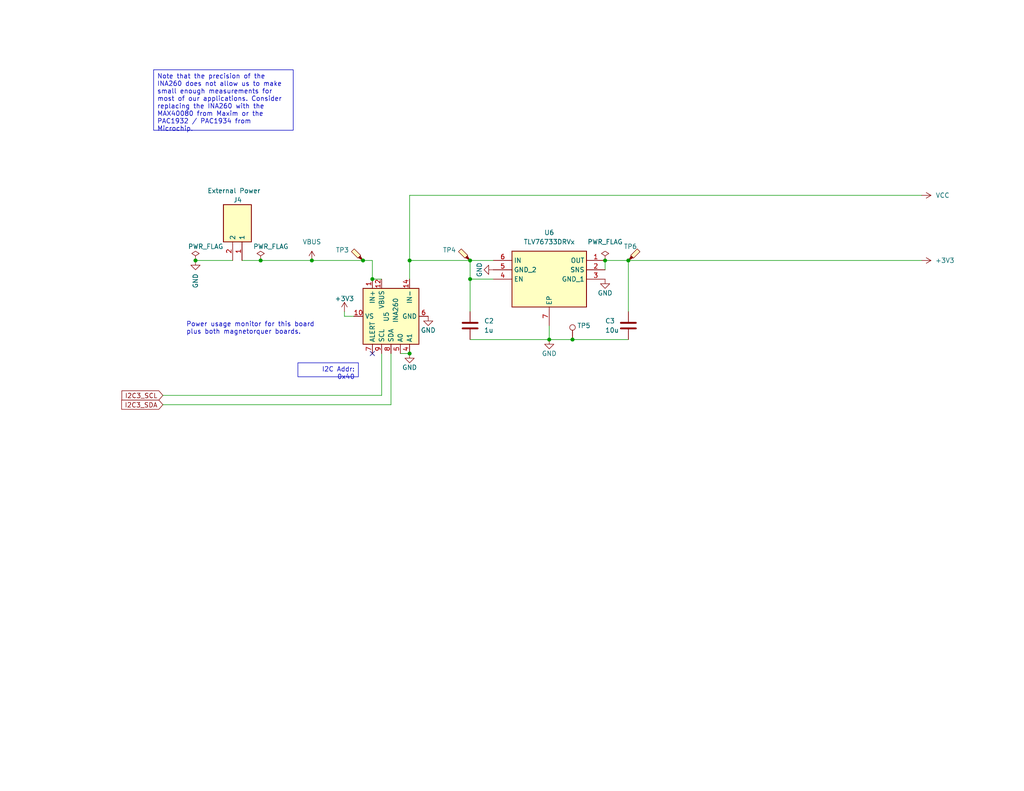
<source format=kicad_sch>
(kicad_sch (version 20230121) (generator eeschema)
  (paper "USLetter")
  (title_block (title "Magnetorquer Control Board") (date "2025-02-12") (rev "${PCB_VERSION}") (company "TVSC"))
  (lib_symbols
    (symbol "Connector:TestPoint_Probe" (pin_numbers hide) (pin_names (offset 0.762) hide)
      (property "Reference" "TP" (at 1.651 5.842 0))
      (property "Value" "TestPoint_Probe" (at 1.651 4.064 0))
      (symbol "TestPoint_Probe_0_1"
        (polyline (pts (xy 1.27 0.762) (xy 0 0) (xy 0.762 1.27) (xy 1.27 0.762)) (fill (type outline)))
        (polyline (pts (xy 1.397 0.635) (xy 0.635 1.397) (xy 2.413 3.175) (xy 3.175 2.413) (xy 1.397 0.635)) (fill (type background)))
      )
      (symbol "TestPoint_Probe_1_1"
        (pin passive line (at 0 0 90) (length 0) (name "1") (number "1"))
      )
    )
    (symbol "Device:C" (pin_numbers hide) (pin_names (offset 0.254))
      (property "Reference" "C" (at 0.635 2.54 0))
      (property "Value" "C" (at 0.635 -2.54 0))
      (symbol "C_0_1"
        (polyline (pts (xy -2.032 -0.762) (xy 2.032 -0.762)) (stroke (width 0.508)))
        (polyline (pts (xy -2.032 0.762) (xy 2.032 0.762)) (stroke (width 0.508)))
      )
      (symbol "C_1_1"
        (pin passive line (at 0 3.81 270) (length 2.794) (name "~") (number "1"))
        (pin passive line (at 0 -3.81 90) (length 2.794) (name "~") (number "2"))
      )
    )
    (symbol "Sensor:INA260"
      (property "Reference" "U" (at -6.35 8.89 0))
      (property "Value" "INA260" (at 2.54 8.89 0))
      (symbol "INA260_0_1"
        (rectangle (start -7.62 7.62) (end 7.62 -7.62) (stroke (width 0.254)) (fill (type background)))
      )
      (symbol "INA260_1_1"
        (pin passive line (at -10.16 5.08 0) (length 2.54) (name "IN+") (number "1"))
        (pin power_in line (at 0 10.16 270) (length 2.54) (name "VS") (number "10"))
        (pin passive line (at 0 -10.16 90) (length 2.54) hide (name "GND") (number "11"))
        (pin passive line (at -10.16 2.54 0) (length 2.54) (name "VBUS") (number "12"))
        (pin no_connect line (at 2.54 -7.62 90) (length 2.54) hide (name "NC") (number "13"))
        (pin passive line (at -10.16 -5.08 0) (length 2.54) (name "IN-") (number "14"))
        (pin passive line (at -10.16 -5.08 0) (length 2.54) hide (name "IN-") (number "15"))
        (pin passive line (at -10.16 -5.08 0) (length 2.54) hide (name "IN-") (number "16"))
        (pin passive line (at -10.16 5.08 0) (length 2.54) hide (name "IN+") (number "2"))
        (pin passive line (at -10.16 5.08 0) (length 2.54) hide (name "IN+") (number "3"))
        (pin input line (at 10.16 -5.08 180) (length 2.54) (name "A1") (number "4"))
        (pin input line (at 10.16 -2.54 180) (length 2.54) (name "A0") (number "5"))
        (pin power_in line (at 0 -10.16 90) (length 2.54) (name "GND") (number "6"))
        (pin open_collector line (at 10.16 5.08 180) (length 2.54) (name "ALERT") (number "7"))
        (pin bidirectional line (at 10.16 0 180) (length 2.54) (name "SDA") (number "8"))
        (pin input line (at 10.16 2.54 180) (length 2.54) (name "SCL") (number "9"))
      )
    )
    (symbol "TVSC:B2B-PH-K-S__LF__SN_"
      (property "Reference" "J" (at 16.51 7.62 0))
      (property "Value" "B2B-PH-K-S__LF__SN_" (at 16.51 5.08 0))
      (symbol "B2B-PH-K-S__LF__SN__1_1"
        (rectangle (start 5.08 2.54) (end 15.24 -5.08) (stroke (width 0.254)) (fill (type background)))
        (pin passive line (at 0 -2.54 0) (length 5.08) (name "1") (number "1"))
        (pin passive line (at 0 0 0) (length 5.08) (name "2") (number "2"))
      )
    )
    (symbol "TVSC:TLV76733DRVT"
      (property "Reference" "U" (at 26.67 7.62 0))
      (property "Value" "TLV76733DRVT" (at 26.67 5.08 0))
      (symbol "TLV76733DRVT_1_1"
        (rectangle (start 5.08 2.54) (end 25.4 -12.7) (stroke (width 0.254)) (fill (type background)))
        (pin passive line (at 0 0 0) (length 5.08) (name "OUT") (number "1"))
        (pin passive line (at 0 -2.54 0) (length 5.08) (name "SNS") (number "2"))
        (pin passive line (at 0 -5.08 0) (length 5.08) (name "GND_1") (number "3"))
        (pin passive line (at 30.48 -5.08 180) (length 5.08) (name "EN") (number "4"))
        (pin passive line (at 30.48 -2.54 180) (length 5.08) (name "GND_2") (number "5"))
        (pin passive line (at 30.48 0 180) (length 5.08) (name "IN") (number "6"))
        (pin passive line (at 15.24 -17.78 90) (length 5.08) (name "EP") (number "7"))
      )
    )
    (symbol "TVSC:TestPoint_Keystone_5001" (pin_numbers hide) (pin_names (offset 0.762) hide)
      (property "Reference" "TP" (at 0 6.858 0))
      (property "Value" "TestPoint" (at 0 5.08 0))
      (symbol "TestPoint_Keystone_5001_0_1"
        (circle (center 0 3.302) (radius 0.762))
      )
      (symbol "TestPoint_Keystone_5001_1_1"
        (pin passive line (at 0 0 90) (length 2.54) (name "1") (number "1"))
      )
    )
    (symbol "power:+3V3" (power) (pin_names (offset 0))
      (property "Value" "+3V3" (at 0 3.556 0))
      (symbol "+3V3_0_1"
        (polyline (pts (xy -0.762 1.27) (xy 0 2.54)))
        (polyline (pts (xy 0 0) (xy 0 2.54)))
        (polyline (pts (xy 0 2.54) (xy 0.762 1.27)))
      )
      (symbol "+3V3_1_1"
        (pin power_in line (at 0 0 90) (length 0) hide (name "+3V3") (number "1"))
      )
    )
    (symbol "power:GND" (power) (pin_names (offset 0))
      (property "Value" "GND" (at 0 -3.81 0))
      (symbol "GND_0_1"
        (polyline (pts (xy 0 0) (xy 0 -1.27) (xy 1.27 -1.27) (xy 0 -2.54) (xy -1.27 -1.27) (xy 0 -1.27)))
      )
      (symbol "GND_1_1"
        (pin power_in line (at 0 0 270) (length 0) hide (name "GND") (number "1"))
      )
    )
    (symbol "power:PWR_FLAG" (power) (pin_numbers hide) (pin_names (offset 0) hide)
      (property "Value" "PWR_FLAG" (at 0 3.81 0))
      (symbol "PWR_FLAG_0_0"
        (pin power_out line (at 0 0 90) (length 0) (name "pwr") (number "1"))
      )
      (symbol "PWR_FLAG_0_1"
        (polyline (pts (xy 0 0) (xy 0 1.27) (xy -1.016 1.905) (xy 0 2.54) (xy 1.016 1.905) (xy 0 1.27)))
      )
    )
    (symbol "power:VBUS" (power) (pin_names (offset 0))
      (property "Value" "VBUS" (at 0 3.81 0))
      (symbol "VBUS_0_1"
        (polyline (pts (xy -0.762 1.27) (xy 0 2.54)))
        (polyline (pts (xy 0 0) (xy 0 2.54)))
        (polyline (pts (xy 0 2.54) (xy 0.762 1.27)))
      )
      (symbol "VBUS_1_1"
        (pin power_in line (at 0 0 90) (length 0) hide (name "VBUS") (number "1"))
      )
    )
    (symbol "power:VCC" (power) (pin_names (offset 0))
      (property "Value" "VCC" (at 0 3.81 0))
      (symbol "VCC_0_1"
        (polyline (pts (xy -0.762 1.27) (xy 0 2.54)))
        (polyline (pts (xy 0 0) (xy 0 2.54)))
        (polyline (pts (xy 0 2.54) (xy 0.762 1.27)))
      )
      (symbol "VCC_1_1"
        (pin power_in line (at 0 0 90) (length 0) hide (name "VCC") (number "1"))
      )
    )
  )
  (junction (at 149.86 92.71))
  (junction (at 111.76 96.52))
  (junction (at 156.21 92.71))
  (junction (at 71.12 71.12))
  (junction (at 128.27 76.2))
  (junction (at 171.45 71.12))
  (junction (at 165.1 71.12))
  (junction (at 128.27 71.12))
  (junction (at 111.76 71.12))
  (junction (at 99.06 71.12))
  (junction (at 53.34 71.12))
  (junction (at 101.6 76.2))
  (junction (at 85.09 71.12))
  (no_connect (at 101.6 96.52))
  (wire (pts (xy 66.04 71.12) (xy 71.12 71.12)))
  (wire (pts (xy 171.45 71.12) (xy 251.46 71.12)))
  (wire (pts (xy 111.76 71.12) (xy 128.27 71.12)))
  (wire (pts (xy 128.27 92.71) (xy 149.86 92.71)))
  (wire (pts (xy 101.6 76.2) (xy 104.14 76.2)))
  (wire (pts (xy 71.12 71.12) (xy 85.09 71.12)))
  (wire (pts (xy 128.27 76.2) (xy 128.27 85.09)))
  (wire (pts (xy 93.98 86.36) (xy 93.98 85.09)))
  (wire (pts (xy 111.76 76.2) (xy 111.76 71.12)))
  (wire (pts (xy 128.27 76.2) (xy 134.62 76.2)))
  (wire (pts (xy 109.22 96.52) (xy 111.76 96.52)))
  (wire (pts (xy 101.6 71.12) (xy 101.6 76.2)))
  (wire (pts (xy 156.21 92.71) (xy 171.45 92.71)))
  (wire (pts (xy 85.09 71.12) (xy 99.06 71.12)))
  (wire (pts (xy 128.27 71.12) (xy 128.27 76.2)))
  (wire (pts (xy 44.45 110.49) (xy 106.68 110.49)))
  (wire (pts (xy 165.1 71.12) (xy 165.1 73.66)))
  (wire (pts (xy 44.45 107.95) (xy 104.14 107.95)))
  (wire (pts (xy 96.52 86.36) (xy 93.98 86.36)))
  (wire (pts (xy 53.34 71.12) (xy 63.5 71.12)))
  (wire (pts (xy 99.06 71.12) (xy 101.6 71.12)))
  (wire (pts (xy 128.27 71.12) (xy 134.62 71.12)))
  (wire (pts (xy 171.45 71.12) (xy 165.1 71.12)))
  (wire (pts (xy 104.14 96.52) (xy 104.14 107.95)))
  (wire (pts (xy 111.76 53.34) (xy 251.46 53.34)))
  (wire (pts (xy 111.76 53.34) (xy 111.76 71.12)))
  (wire (pts (xy 149.86 88.9) (xy 149.86 92.71)))
  (wire (pts (xy 171.45 71.12) (xy 171.45 85.09)))
  (wire (pts (xy 149.86 92.71) (xy 156.21 92.71)))
  (wire (pts (xy 106.68 96.52) (xy 106.68 110.49)))
  (text_box "I2C Addr: 0x40" (at 81.28 99.06 0) (size 16.51 3.81) (effects (font (size 1.27 1.27)) (justify right top)))
  (text_box "Note that the precision of the INA260 does not allow us to make small enough measurements for most of our applications. Consider replacing the INA260 with the MAX40080 from Maxim or the PAC1932 / PAC1934 from Microchip." (at 41.91 19.05 0) (size 38.1 16.51) (effects (font (size 1.27 1.27)) (justify left top)))
  (text "Power usage monitor for this board\nplus both magnetorquer boards." (at 50.8 91.44 0) (effects (font (size 1.27 1.27)) (justify left bottom)))
  (global_label "I2C3_SDA" (shape input) (at 44.45 110.49 180) (property "Intersheetrefs" "${INTERSHEET_REFS}" (effects hide)))
  (global_label "I2C3_SCL" (shape input) (at 44.45 107.95 180) (property "Intersheetrefs" "${INTERSHEET_REFS}" (effects hide)))
  (symbol (lib_id "power:GND") (at 53.34 71.12 0) (unit 1)
    (property "Reference" "#PWR05" (effects hide))
    (property "Value" "GND" (at 53.34 78.74 90) (effects (justify left)))
  )
  (symbol (lib_id "power:PWR_FLAG") (at 71.12 71.12 0) (unit 1)
    (property "Reference" "#FLG01" (effects hide))
    (property "Value" "PWR_FLAG" (at 78.74 67.31 0) (effects (justify right)))
  )
  (symbol (lib_id "TVSC:TLV76733DRVT") (at 165.1 71.12 0) (mirror y) (unit 1)
    (property "Reference" "U6" (at 149.86 63.5 0))
    (property "Value" "TLV76733DRVx" (at 149.86 66.04 0))
    (property "Footprint" "footprints:SON65P200X200X80-7N" (effects hide))
    (property "Datasheet" "http://www.ti.com/lit/gpn/TLV767" (effects hide))
    (property "Active" "Y" (effects hide))
    (property "MPN" "C2867572" (effects hide))
    (property "Manufacturer" "Texas Instruments" (effects hide))
    (property "Manufacturer Part Number" "TLV76733DRVT" (effects hide))
    (property "Basic or Extended Component" "Extended" (effects hide))
  )
  (symbol (lib_id "power:GND") (at 116.84 86.36 0) (mirror y) (unit 1)
    (property "Reference" "#PWR031" (effects hide))
    (property "Value" "GND" (at 116.84 90.17 0))
  )
  (symbol (lib_id "Connector:TestPoint_Probe") (at 99.06 71.12 0) (mirror y) (unit 1)
    (property "Reference" "TP3" (at 95.25 68.2625 0) (effects (justify left)))
    (property "Value" "TestPoint_Probe" (effects hide))
    (property "Footprint" "footprints:TestPoint_Pad_D2.5mm" (effects hide))
    (property "MPN" "NA" (effects hide))
    (property "Active" "Y" (effects hide))
  )
  (symbol (lib_id "TVSC:B2B-PH-K-S__LF__SN_") (at 63.5 71.12 90) (unit 1)
    (property "Reference" "J4" (at 66.04 54.61 90) (effects (justify left)))
    (property "Value" "External Power" (at 71.12 52.07 90) (effects (justify left)))
    (property "Footprint" "footprints:B2BPHKSLFSN" (effects hide))
    (property "Datasheet" "http://www.jst-mfg.com/product/pdf/eng/ePH.pdf" (effects hide))
    (property "Height" "6" (effects hide))
    (property "Manufacturer" "JST (JAPAN SOLDERLESS TERMINALS)" (effects hide))
    (property "Manufacturer Part Number" "B2B-PH-K-S (LF)(SN)" (effects hide))
    (property "MPN" "C131337" (effects hide))
    (property "Manufacturer" "JST (JAPAN SOLDERLESS TERMINALS)" (effects hide))
    (property "Manufacturer Part Number" "B2B-PH-K-S (LF)(SN)" (effects hide))
    (property "Active" "Y" (effects hide))
    (property "Basic or Extended Component" "Extended" (effects hide))
  )
  (symbol (lib_id "power:GND") (at 134.62 73.66 270) (mirror x) (unit 1)
    (property "Reference" "#PWR072" (effects hide))
    (property "Value" "GND" (at 130.81 73.66 0))
  )
  (symbol (lib_id "power:+3V3") (at 251.46 71.12 270) (unit 1)
    (property "Reference" "#PWR030" (effects hide))
    (property "Value" "+3V3" (at 257.81 71.12 90))
  )
  (symbol (lib_id "Connector:TestPoint_Probe") (at 128.27 71.12 0) (mirror y) (unit 1)
    (property "Reference" "TP4" (at 124.46 68.2625 0) (effects (justify left)))
    (property "Value" "TestPoint_Probe" (effects hide))
    (property "Footprint" "footprints:TestPoint_Pad_D2.5mm" (effects hide))
    (property "MPN" "NA" (effects hide))
    (property "Active" "Y" (effects hide))
  )
  (symbol (lib_id "Device:C") (at 128.27 88.9 0) (unit 1)
    (property "Reference" "C2" (at 132.08 87.63 0) (effects (justify left)))
    (property "Value" "1u" (at 132.08 90.17 0) (effects (justify left)))
    (property "Footprint" "footprints:Nondescript_C_0603_1608Metric" (effects hide))
    (property "MPN" "C77046" (effects hide))
    (property "Manufacturer" "Murata Electronics" (effects hide))
    (property "Manufacturer Part Number" "GRM188R61E105KA12D" (effects hide))
    (property "Active" "Y" (effects hide))
    (property "Purpose" "Voltage regulator" (effects hide))
    (property "Basic or Extended Component" "Extended" (effects hide))
  )
  (symbol (lib_id "Sensor:INA260") (at 106.68 86.36 90) (mirror x) (unit 1)
    (property "Reference" "U5" (at 105.41 85.09 0) (effects (justify left)))
    (property "Value" "INA260" (at 107.95 81.28 0) (effects (justify left)))
    (property "Footprint" "Package_SO:TSSOP-16_4.4x5mm_P0.65mm" (effects hide))
    (property "Datasheet" "http://www.ti.com/lit/ds/symlink/ina260.pdf" (effects hide))
    (property "MPN" "C2155885" (effects hide))
    (property "Manufacturer" "Texas Instruments" (effects hide))
    (property "Manufacturer Part Number" "INA260" (effects hide))
    (property "Active" "Y" (effects hide))
    (property "Basic or Extended Component" "Extended" (effects hide))
  )
  (symbol (lib_id "Connector:TestPoint_Probe") (at 171.45 71.12 0) (unit 1)
    (property "Reference" "TP6" (at 170.18 67.31 0) (effects (justify left)))
    (property "Value" "TestPoint_Probe" (effects hide))
    (property "Footprint" "footprints:TestPoint_Pad_D2.5mm" (effects hide))
    (property "MPN" "NA" (effects hide))
    (property "Active" "Y" (effects hide))
  )
  (symbol (lib_id "power:VBUS") (at 85.09 71.12 0) (unit 1)
    (property "Reference" "#PWR06" (effects hide))
    (property "Value" "VBUS" (at 85.09 66.04 0))
  )
  (symbol (lib_id "power:VCC") (at 251.46 53.34 270) (unit 1)
    (property "Reference" "#PWR066" (effects hide))
    (property "Value" "VCC" (at 255.27 53.34 90) (effects (justify left)))
  )
  (symbol (lib_id "TVSC:TestPoint_Keystone_5001") (at 156.21 92.71 0) (unit 1)
    (property "Reference" "TP5" (at 157.48 88.9 0) (effects (justify left)))
    (property "Value" "TestPoint_Probe" (effects hide))
    (property "Footprint" "footprints:TestPoint_Pad_D2.5mm" (effects hide))
    (property "Datasheet" "https://www.keyelco.com/product.cfm/product_id/1310" (effects hide))
    (property "Color" "Black" (effects hide))
    (property "MPN" "NA" (effects hide))
    (property "Active" "Y" (effects hide))
  )
  (symbol (lib_id "power:PWR_FLAG") (at 53.34 71.12 0) (unit 1)
    (property "Reference" "#FLG02" (effects hide))
    (property "Value" "PWR_FLAG" (at 60.96 67.31 0) (effects (justify right)))
  )
  (symbol (lib_id "power:GND") (at 165.1 76.2 0) (mirror y) (unit 1)
    (property "Reference" "#PWR071" (effects hide))
    (property "Value" "GND" (at 165.1 80.01 0))
  )
  (symbol (lib_id "Device:C") (at 171.45 88.9 0) (unit 1)
    (property "Reference" "C3" (at 165.1 87.63 0) (effects (justify left)))
    (property "Value" "10u" (at 165.1 90.17 0) (effects (justify left)))
    (property "Footprint" "footprints:Nondescript_C_0603_1608Metric" (effects hide))
    (property "Active" "Y" (effects hide))
    (property "Specs" "3.3V" (effects hide))
    (property "MPN" "C344022" (effects hide))
    (property "Manufacturer" "Murata Electronics" (effects hide))
    (property "Manufacturer Part Number" "GRM188R61E106KA73D" (effects hide))
    (property "Purpose" "Voltage regulator" (effects hide))
    (property "Basic or Extended Component" "Extended" (effects hide))
  )
  (symbol (lib_id "power:GND") (at 111.76 96.52 0) (mirror y) (unit 1)
    (property "Reference" "#PWR029" (effects hide))
    (property "Value" "GND" (at 111.76 100.33 0))
  )
  (symbol (lib_id "power:+3V3") (at 93.98 85.09 0) (mirror y) (unit 1)
    (property "Reference" "#PWR073" (effects hide))
    (property "Value" "+3V3" (at 93.98 81.534 0))
  )
  (symbol (lib_id "power:GND") (at 149.86 92.71 0) (unit 1)
    (property "Reference" "#PWR032" (effects hide))
    (property "Value" "GND" (at 149.86 96.52 0))
  )
  (symbol (lib_id "power:PWR_FLAG") (at 165.1 71.12 0) (unit 1)
    (property "Reference" "#FLG04" (effects hide))
    (property "Value" "PWR_FLAG" (at 165.1 66.04 0))
  )
)
</source>
